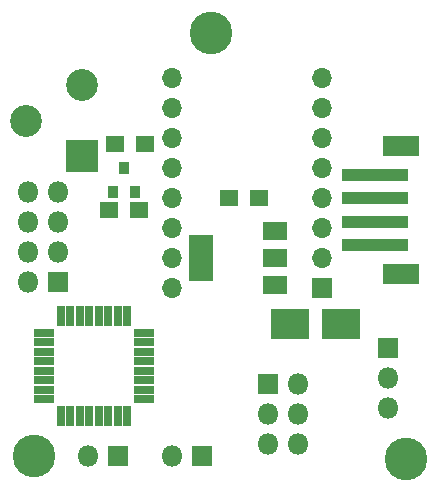
<source format=gbr>
G04 #@! TF.FileFunction,Soldermask,Bot*
%FSLAX46Y46*%
G04 Gerber Fmt 4.6, Leading zero omitted, Abs format (unit mm)*
G04 Created by KiCad (PCBNEW 4.0.7) date 06/13/18 22:56:11*
%MOMM*%
%LPD*%
G01*
G04 APERTURE LIST*
%ADD10C,0.100000*%
%ADD11C,3.601600*%
%ADD12R,1.701600X1.701600*%
%ADD13O,1.701600X1.701600*%
%ADD14R,1.601600X1.351600*%
%ADD15R,3.301600X2.601600*%
%ADD16R,1.801600X1.801600*%
%ADD17O,1.801600X1.801600*%
%ADD18R,2.701600X2.701600*%
%ADD19C,2.701600*%
%ADD20R,1.701600X0.651600*%
%ADD21R,0.651600X1.701600*%
%ADD22R,0.901600X1.001600*%
%ADD23R,2.101600X3.901600*%
%ADD24R,2.101600X1.601600*%
%ADD25R,5.601600X1.101600*%
%ADD26R,3.101600X1.701600*%
G04 APERTURE END LIST*
D10*
D11*
X152654000Y-81026000D03*
X169164000Y-117094000D03*
X137668000Y-116840000D03*
D12*
X162052000Y-102616000D03*
D13*
X149352000Y-84836000D03*
X162052000Y-100076000D03*
X149352000Y-87376000D03*
X162052000Y-97536000D03*
X149352000Y-89916000D03*
X162052000Y-94996000D03*
X149352000Y-92456000D03*
X162052000Y-92456000D03*
X149352000Y-94996000D03*
X162052000Y-89916000D03*
X149352000Y-97536000D03*
X162052000Y-87376000D03*
X149352000Y-100076000D03*
X162052000Y-84836000D03*
X149352000Y-102616000D03*
D14*
X144546000Y-90424000D03*
X147046000Y-90424000D03*
X144038000Y-96012000D03*
X146538000Y-96012000D03*
X156698000Y-94996000D03*
X154198000Y-94996000D03*
D15*
X159394000Y-105664000D03*
X163694000Y-105664000D03*
D16*
X139700000Y-102108000D03*
D17*
X137160000Y-102108000D03*
X139700000Y-99568000D03*
X137160000Y-99568000D03*
X139700000Y-97028000D03*
X137160000Y-97028000D03*
X139700000Y-94488000D03*
X137160000Y-94488000D03*
D16*
X157480000Y-110744000D03*
D17*
X160020000Y-110744000D03*
X157480000Y-113284000D03*
X160020000Y-113284000D03*
X157480000Y-115824000D03*
X160020000Y-115824000D03*
D18*
X141732000Y-91440000D03*
D19*
X141732000Y-85440000D03*
X137032000Y-88440000D03*
D20*
X138498000Y-112020000D03*
X138498000Y-111220000D03*
X138498000Y-110420000D03*
X138498000Y-109620000D03*
X138498000Y-108820000D03*
X138498000Y-108020000D03*
X138498000Y-107220000D03*
X138498000Y-106420000D03*
D21*
X139948000Y-104970000D03*
X140748000Y-104970000D03*
X141548000Y-104970000D03*
X142348000Y-104970000D03*
X143148000Y-104970000D03*
X143948000Y-104970000D03*
X144748000Y-104970000D03*
X145548000Y-104970000D03*
D20*
X146998000Y-106420000D03*
X146998000Y-107220000D03*
X146998000Y-108020000D03*
X146998000Y-108820000D03*
X146998000Y-109620000D03*
X146998000Y-110420000D03*
X146998000Y-111220000D03*
X146998000Y-112020000D03*
D21*
X145548000Y-113470000D03*
X144748000Y-113470000D03*
X143948000Y-113470000D03*
X143148000Y-113470000D03*
X142348000Y-113470000D03*
X141548000Y-113470000D03*
X140748000Y-113470000D03*
X139948000Y-113470000D03*
D22*
X146238000Y-94472000D03*
X144338000Y-94472000D03*
X145288000Y-92472000D03*
D23*
X151790000Y-100076000D03*
D24*
X158090000Y-100076000D03*
X158090000Y-102376000D03*
X158090000Y-97776000D03*
D16*
X151892000Y-116840000D03*
D17*
X149352000Y-116840000D03*
D16*
X144780000Y-116840000D03*
D17*
X142240000Y-116840000D03*
D16*
X167640000Y-107696000D03*
D17*
X167640000Y-110236000D03*
X167640000Y-112776000D03*
D25*
X166515000Y-99012000D03*
X166515000Y-97012000D03*
X166515000Y-95012000D03*
X166515000Y-93012000D03*
D26*
X168765000Y-101412000D03*
X168765000Y-90612000D03*
M02*

</source>
